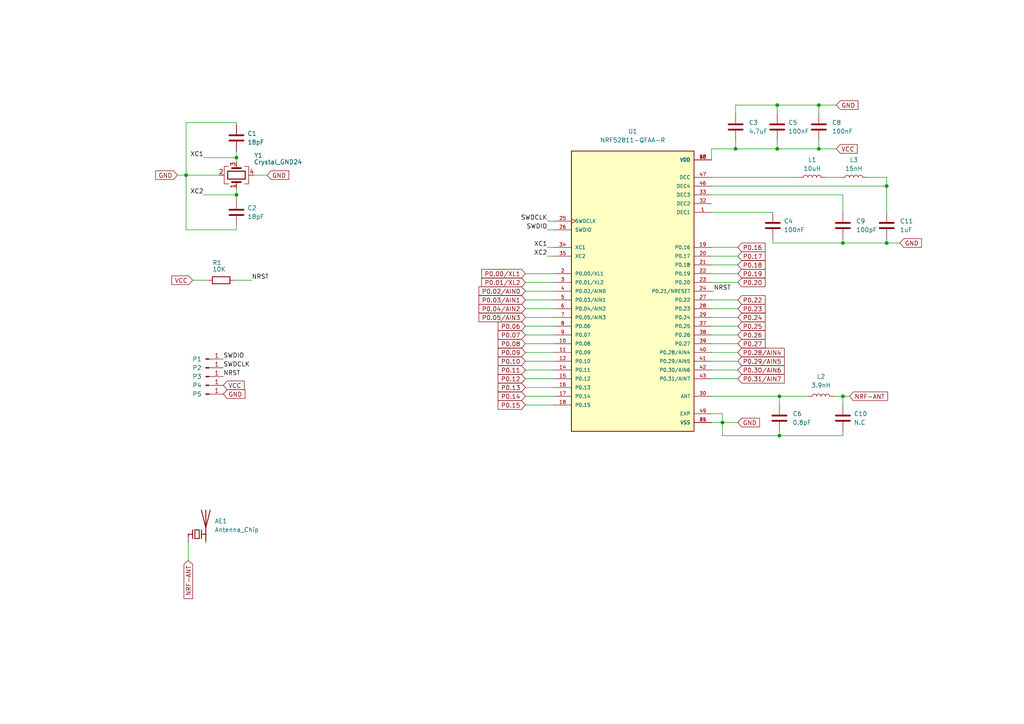
<source format=kicad_sch>
(kicad_sch (version 20211123) (generator eeschema)
  (paper "A4")
  (lib_symbols
    (symbol "Connector:Conn_01x01_Male" (pin_names (offset 1.016) hide)
      (property "Reference" "J" (at 0 2.54 0))
      (property "Value" "Conn_01x01_Male" (at 0 -2.54 0))
      (symbol "Conn_01x01_Male_1_1"
        (polyline (pts (xy 1.27 0) (xy 0.8636 0)) (stroke (width 0.1524)))
        (rectangle (start 0.8636 0.127) (end 0 -0.127) (stroke (width 0.1524)) (fill (type outline)))
        (pin passive line (at 5.08 0 180) (length 3.81) (name "Pin_1") (number "1"))
      )
    )
    (symbol "Device:Antenna_Chip" (pin_numbers hide) (pin_names (offset 1.016) hide)
      (property "Reference" "AE" (at 0 5.08 0))
      (property "Value" "Antenna_Chip" (at 0 3.175 0))
      (symbol "Antenna_Chip_0_1"
        (polyline (pts (xy -2.54 0) (xy -2.54 -0.635)) (stroke (width 0.254)))
        (polyline (pts (xy -2.54 0) (xy -1.27 0)) (stroke (width 0.254)))
        (polyline (pts (xy 1.27 0) (xy 2.54 0)) (stroke (width 0.254)))
        (polyline (pts (xy 1.27 1.27) (xy 1.27 -1.27)) (stroke (width 0.254)))
        (polyline (pts (xy 2.54 -0.635) (xy 2.54 0)))
        (polyline (pts (xy 2.54 6.985) (xy 2.54 -1.905)) (stroke (width 0.254)))
        (polyline (pts (xy -1.27 1.27) (xy -1.27 -1.27) (xy -1.27 0)) (stroke (width 0.254)))
        (polyline (pts (xy 3.81 6.985) (xy 2.54 1.905) (xy 1.27 6.985)) (stroke (width 0.254)))
        (polyline (pts (xy -0.635 1.27) (xy 0.635 1.27) (xy 0.635 -1.27) (xy -0.635 -1.27) (xy -0.635 1.27)) (stroke (width 0.254)))
      )
      (symbol "Antenna_Chip_1_1"
        (pin input line (at -2.54 -2.54 90) (length 2.54) (name "FEED") (number "1"))
        (pin passive line (at 2.54 -2.54 90) (length 2.54) (name "PCB_Trace") (number "2"))
      )
    )
    (symbol "Device:C" (pin_numbers hide) (pin_names (offset 0.254))
      (property "Reference" "C" (at 0.635 2.54 0))
      (property "Value" "C" (at 0.635 -2.54 0))
      (symbol "C_0_1"
        (polyline (pts (xy -2.032 -0.762) (xy 2.032 -0.762)) (stroke (width 0.508)))
        (polyline (pts (xy -2.032 0.762) (xy 2.032 0.762)) (stroke (width 0.508)))
      )
      (symbol "C_1_1"
        (pin passive line (at 0 3.81 270) (length 2.794) (name "~") (number "1"))
        (pin passive line (at 0 -3.81 90) (length 2.794) (name "~") (number "2"))
      )
    )
    (symbol "Device:Crystal_GND24" (pin_names (offset 1.016) hide)
      (property "Reference" "Y" (at 3.175 5.08 0))
      (property "Value" "Crystal_GND24" (at 3.175 3.175 0))
      (symbol "Crystal_GND24_0_1"
        (rectangle (start -1.143 2.54) (end 1.143 -2.54) (stroke (width 0.3048)))
        (polyline (pts (xy -2.54 0) (xy -2.032 0)))
        (polyline (pts (xy -2.032 -1.27) (xy -2.032 1.27)) (stroke (width 0.508)))
        (polyline (pts (xy 0 -3.81) (xy 0 -3.556)))
        (polyline (pts (xy 0 3.556) (xy 0 3.81)))
        (polyline (pts (xy 2.032 -1.27) (xy 2.032 1.27)) (stroke (width 0.508)))
        (polyline (pts (xy 2.032 0) (xy 2.54 0)))
        (polyline (pts (xy -2.54 -2.286) (xy -2.54 -3.556) (xy 2.54 -3.556) (xy 2.54 -2.286)))
        (polyline (pts (xy -2.54 2.286) (xy -2.54 3.556) (xy 2.54 3.556) (xy 2.54 2.286)))
      )
      (symbol "Crystal_GND24_1_1"
        (pin passive line (at -3.81 0 0) (length 1.27) (name "1") (number "1"))
        (pin passive line (at 0 5.08 270) (length 1.27) (name "2") (number "2"))
        (pin passive line (at 3.81 0 180) (length 1.27) (name "3") (number "3"))
        (pin passive line (at 0 -5.08 90) (length 1.27) (name "4") (number "4"))
      )
    )
    (symbol "Device:L" (pin_numbers hide) (pin_names (offset 1.016) hide)
      (property "Reference" "L" (at -1.27 0 90))
      (property "Value" "L" (at 1.905 0 90))
      (symbol "L_0_1"
        (arc (start 0 -2.54) (mid 0.635 -1.905) (end 0 -1.27))
        (arc (start 0 -1.27) (mid 0.635 -0.635) (end 0 0))
        (arc (start 0 0) (mid 0.635 0.635) (end 0 1.27))
        (arc (start 0 1.27) (mid 0.635 1.905) (end 0 2.54))
      )
      (symbol "L_1_1"
        (pin passive line (at 0 3.81 270) (length 1.27) (name "1") (number "1"))
        (pin passive line (at 0 -3.81 90) (length 1.27) (name "2") (number "2"))
      )
    )
    (symbol "Device:R" (pin_numbers hide) (pin_names (offset 0))
      (property "Reference" "R" (at 2.032 0 90))
      (property "Value" "R" (at 0 0 90))
      (symbol "R_0_1"
        (rectangle (start -1.016 -2.54) (end 1.016 2.54) (stroke (width 0.254)))
      )
      (symbol "R_1_1"
        (pin passive line (at 0 3.81 270) (length 1.27) (name "~") (number "1"))
        (pin passive line (at 0 -3.81 90) (length 1.27) (name "~") (number "2"))
      )
    )
    (symbol "NRF52811-QFAA-R:NRF52811-QFAA-R" (pin_names (offset 1.016))
      (property "Reference" "U" (at -17.78 41.91 0))
      (property "Value" "NRF52811-QFAA-R" (at -17.78 -41.91 0))
      (symbol "NRF52811-QFAA-R_0_0"
        (rectangle (start -17.78 -40.64) (end 17.78 40.64) (stroke (width 0.254)) (fill (type background)))
        (pin power_in line (at 22.86 22.86 180) (length 5.08) (name "DEC1") (number "1"))
        (pin bidirectional line (at -22.86 -15.24 0) (length 5.08) (name "P0.08") (number "10"))
        (pin bidirectional line (at -22.86 -17.78 0) (length 5.08) (name "P0.09") (number "11"))
        (pin bidirectional line (at -22.86 -20.32 0) (length 5.08) (name "P0.10") (number "12"))
        (pin power_in line (at 22.86 38.1 180) (length 5.08) (name "VDD") (number "13"))
        (pin bidirectional line (at -22.86 -22.86 0) (length 5.08) (name "P0.11") (number "14"))
        (pin bidirectional line (at -22.86 -25.4 0) (length 5.08) (name "P0.12") (number "15"))
        (pin bidirectional line (at -22.86 -27.94 0) (length 5.08) (name "P0.13") (number "16"))
        (pin bidirectional line (at -22.86 -30.48 0) (length 5.08) (name "P0.14") (number "17"))
        (pin bidirectional line (at -22.86 -33.02 0) (length 5.08) (name "P0.15") (number "18"))
        (pin bidirectional line (at 22.86 12.7 180) (length 5.08) (name "P0.16") (number "19"))
        (pin bidirectional line (at -22.86 5.08 0) (length 5.08) (name "P0.00/XL1") (number "2"))
        (pin bidirectional line (at 22.86 10.16 180) (length 5.08) (name "P0.17") (number "20"))
        (pin bidirectional line (at 22.86 7.62 180) (length 5.08) (name "P0.18") (number "21"))
        (pin bidirectional line (at 22.86 5.08 180) (length 5.08) (name "P0.19") (number "22"))
        (pin bidirectional line (at 22.86 2.54 180) (length 5.08) (name "P0.20") (number "23"))
        (pin bidirectional line (at 22.86 0 180) (length 5.08) (name "P0.21/NRESET") (number "24"))
        (pin input clock (at -22.86 20.32 0) (length 5.08) (name "SWDCLK") (number "25"))
        (pin bidirectional line (at -22.86 17.78 0) (length 5.08) (name "SWDIO") (number "26"))
        (pin bidirectional line (at 22.86 -2.54 180) (length 5.08) (name "P0.22") (number "27"))
        (pin bidirectional line (at 22.86 -5.08 180) (length 5.08) (name "P0.23") (number "28"))
        (pin bidirectional line (at 22.86 -7.62 180) (length 5.08) (name "P0.24") (number "29"))
        (pin bidirectional line (at -22.86 2.54 0) (length 5.08) (name "P0.01/XL2") (number "3"))
        (pin passive line (at 22.86 -30.48 180) (length 5.08) (name "ANT") (number "30"))
        (pin power_in line (at 22.86 -38.1 180) (length 5.08) (name "VSS") (number "31"))
        (pin power_in line (at 22.86 25.4 180) (length 5.08) (name "DEC2") (number "32"))
        (pin power_in line (at 22.86 27.94 180) (length 5.08) (name "DEC3") (number "33"))
        (pin input line (at -22.86 12.7 0) (length 5.08) (name "XC1") (number "34"))
        (pin input line (at -22.86 10.16 0) (length 5.08) (name "XC2") (number "35"))
        (pin power_in line (at 22.86 38.1 180) (length 5.08) (name "VDD") (number "36"))
        (pin bidirectional line (at 22.86 -10.16 180) (length 5.08) (name "P0.25") (number "37"))
        (pin bidirectional line (at 22.86 -12.7 180) (length 5.08) (name "P0.26") (number "38"))
        (pin bidirectional line (at 22.86 -15.24 180) (length 5.08) (name "P0.27") (number "39"))
        (pin bidirectional line (at -22.86 0 0) (length 5.08) (name "P0.02/AIN0") (number "4"))
        (pin bidirectional line (at 22.86 -17.78 180) (length 5.08) (name "P0.28/AIN4") (number "40"))
        (pin bidirectional line (at 22.86 -20.32 180) (length 5.08) (name "P0.29/AIN5") (number "41"))
        (pin bidirectional line (at 22.86 -22.86 180) (length 5.08) (name "P0.30/AIN6") (number "42"))
        (pin bidirectional line (at 22.86 -25.4 180) (length 5.08) (name "P0.31/AIN7") (number "43"))
        (pin power_in line (at 22.86 -38.1 180) (length 5.08) (name "VSS") (number "45"))
        (pin power_in line (at 22.86 30.48 180) (length 5.08) (name "DEC4") (number "46"))
        (pin power_in line (at 22.86 33.02 180) (length 5.08) (name "DCC") (number "47"))
        (pin power_in line (at 22.86 38.1 180) (length 5.08) (name "VDD") (number "48"))
        (pin passive line (at 22.86 -35.56 180) (length 5.08) (name "EXP") (number "49"))
        (pin bidirectional line (at -22.86 -2.54 0) (length 5.08) (name "P0.03/AIN1") (number "5"))
        (pin bidirectional line (at -22.86 -5.08 0) (length 5.08) (name "P0.04/AIN2") (number "6"))
        (pin bidirectional line (at -22.86 -7.62 0) (length 5.08) (name "P0.05/AIN3") (number "7"))
        (pin bidirectional line (at -22.86 -10.16 0) (length 5.08) (name "P0.06") (number "8"))
        (pin bidirectional line (at -22.86 -12.7 0) (length 5.08) (name "P0.07") (number "9"))
      )
    )
  )
  (junction (at 237.49 30.48))
  (junction (at 237.49 43.18))
  (junction (at 225.425 43.18))
  (junction (at 225.425 30.48))
  (junction (at 209.55 122.555))
  (junction (at 53.975 50.8))
  (junction (at 244.475 70.485))
  (junction (at 226.06 126.365))
  (junction (at 244.475 114.935))
  (junction (at 213.36 43.18))
  (junction (at 68.58 56.515))
  (junction (at 257.175 53.975))
  (junction (at 257.175 70.485))
  (junction (at 68.58 45.72))
  (junction (at 226.06 114.935))
  (wire (pts (xy 226.06 126.365) (xy 244.475 126.365)))
  (wire (pts (xy 59.055 56.515) (xy 68.58 56.515)))
  (wire (pts (xy 237.49 43.18) (xy 237.49 40.64)))
  (wire (pts (xy 213.36 40.64) (xy 213.36 43.18)))
  (wire (pts (xy 53.975 50.8) (xy 63.5 50.8)))
  (wire (pts (xy 68.58 54.61) (xy 68.58 56.515)))
  (wire (pts (xy 152.4 99.695) (xy 160.655 99.695)))
  (wire (pts (xy 152.4 117.475) (xy 160.655 117.475)))
  (wire (pts (xy 237.49 30.48) (xy 242.57 30.48)))
  (wire (pts (xy 152.4 84.455) (xy 160.655 84.455)))
  (wire (pts (xy 244.475 56.515) (xy 244.475 61.595)))
  (wire (pts (xy 209.55 122.555) (xy 209.55 126.365)))
  (wire (pts (xy 152.4 112.395) (xy 160.655 112.395)))
  (wire (pts (xy 73.025 81.28) (xy 67.945 81.28)))
  (wire (pts (xy 68.58 56.515) (xy 68.58 57.785)))
  (wire (pts (xy 213.995 104.775) (xy 206.375 104.775)))
  (wire (pts (xy 226.06 126.365) (xy 209.55 126.365)))
  (wire (pts (xy 224.155 70.485) (xy 244.475 70.485)))
  (wire (pts (xy 68.58 36.195) (xy 68.58 35.56)))
  (wire (pts (xy 213.995 97.155) (xy 206.375 97.155)))
  (wire (pts (xy 206.375 43.18) (xy 213.36 43.18)))
  (wire (pts (xy 152.4 94.615) (xy 160.655 94.615)))
  (wire (pts (xy 53.975 35.56) (xy 68.58 35.56)))
  (wire (pts (xy 152.4 86.995) (xy 160.655 86.995)))
  (wire (pts (xy 209.55 122.555) (xy 213.995 122.555)))
  (wire (pts (xy 53.975 66.675) (xy 68.58 66.675)))
  (wire (pts (xy 68.58 45.72) (xy 68.58 46.99)))
  (wire (pts (xy 206.375 53.975) (xy 257.175 53.975)))
  (wire (pts (xy 224.155 69.215) (xy 224.155 70.485)))
  (wire (pts (xy 213.995 109.855) (xy 206.375 109.855)))
  (wire (pts (xy 226.06 114.935) (xy 234.315 114.935)))
  (wire (pts (xy 257.175 70.485) (xy 257.175 69.215)))
  (wire (pts (xy 213.995 92.075) (xy 206.375 92.075)))
  (wire (pts (xy 207.01 84.455) (xy 206.375 84.455)))
  (wire (pts (xy 152.4 114.935) (xy 160.655 114.935)))
  (wire (pts (xy 213.995 71.755) (xy 206.375 71.755)))
  (wire (pts (xy 152.4 81.915) (xy 160.655 81.915)))
  (wire (pts (xy 68.58 43.815) (xy 68.58 45.72)))
  (wire (pts (xy 251.46 51.435) (xy 257.175 51.435)))
  (wire (pts (xy 225.425 43.18) (xy 237.49 43.18)))
  (wire (pts (xy 213.36 30.48) (xy 213.36 33.02)))
  (wire (pts (xy 59.055 45.72) (xy 68.58 45.72)))
  (wire (pts (xy 244.475 114.935) (xy 246.38 114.935)))
  (wire (pts (xy 213.995 81.915) (xy 206.375 81.915)))
  (wire (pts (xy 237.49 30.48) (xy 225.425 30.48)))
  (wire (pts (xy 213.995 79.375) (xy 206.375 79.375)))
  (wire (pts (xy 225.425 40.64) (xy 225.425 43.18)))
  (wire (pts (xy 152.4 89.535) (xy 160.655 89.535)))
  (wire (pts (xy 152.4 79.375) (xy 160.655 79.375)))
  (wire (pts (xy 244.475 126.365) (xy 244.475 125.095)))
  (wire (pts (xy 213.995 99.695) (xy 206.375 99.695)))
  (wire (pts (xy 237.49 43.18) (xy 242.57 43.18)))
  (wire (pts (xy 152.4 104.775) (xy 160.655 104.775)))
  (wire (pts (xy 213.995 94.615) (xy 206.375 94.615)))
  (wire (pts (xy 226.06 117.475) (xy 226.06 114.935)))
  (wire (pts (xy 213.995 107.315) (xy 206.375 107.315)))
  (wire (pts (xy 257.175 70.485) (xy 260.985 70.485)))
  (wire (pts (xy 206.375 61.595) (xy 224.155 61.595)))
  (wire (pts (xy 209.55 120.015) (xy 209.55 122.555)))
  (wire (pts (xy 225.425 30.48) (xy 213.36 30.48)))
  (wire (pts (xy 239.395 51.435) (xy 243.84 51.435)))
  (wire (pts (xy 213.995 89.535) (xy 206.375 89.535)))
  (wire (pts (xy 158.75 64.135) (xy 160.655 64.135)))
  (wire (pts (xy 244.475 70.485) (xy 257.175 70.485)))
  (wire (pts (xy 244.475 69.215) (xy 244.475 70.485)))
  (wire (pts (xy 213.995 102.235) (xy 206.375 102.235)))
  (wire (pts (xy 152.4 102.235) (xy 160.655 102.235)))
  (wire (pts (xy 73.66 50.8) (xy 77.47 50.8)))
  (wire (pts (xy 206.375 120.015) (xy 209.55 120.015)))
  (wire (pts (xy 68.58 65.405) (xy 68.58 66.675)))
  (wire (pts (xy 152.4 97.155) (xy 160.655 97.155)))
  (wire (pts (xy 158.75 71.755) (xy 160.655 71.755)))
  (wire (pts (xy 225.425 30.48) (xy 225.425 33.02)))
  (wire (pts (xy 257.175 51.435) (xy 257.175 53.975)))
  (wire (pts (xy 206.375 51.435) (xy 231.775 51.435)))
  (wire (pts (xy 152.4 107.315) (xy 160.655 107.315)))
  (wire (pts (xy 206.375 43.18) (xy 206.375 46.355)))
  (wire (pts (xy 213.995 74.295) (xy 206.375 74.295)))
  (wire (pts (xy 237.49 30.48) (xy 237.49 33.02)))
  (wire (pts (xy 152.4 109.855) (xy 160.655 109.855)))
  (wire (pts (xy 53.975 66.675) (xy 53.975 50.8)))
  (wire (pts (xy 206.375 114.935) (xy 226.06 114.935)))
  (wire (pts (xy 55.88 81.28) (xy 60.325 81.28)))
  (wire (pts (xy 244.475 114.935) (xy 244.475 117.475)))
  (wire (pts (xy 152.4 92.075) (xy 160.655 92.075)))
  (wire (pts (xy 213.995 86.995) (xy 206.375 86.995)))
  (wire (pts (xy 209.55 122.555) (xy 206.375 122.555)))
  (wire (pts (xy 53.975 50.8) (xy 53.975 35.56)))
  (wire (pts (xy 158.75 66.675) (xy 160.655 66.675)))
  (wire (pts (xy 51.435 50.8) (xy 53.975 50.8)))
  (wire (pts (xy 226.06 125.095) (xy 226.06 126.365)))
  (wire (pts (xy 206.375 56.515) (xy 244.475 56.515)))
  (wire (pts (xy 241.935 114.935) (xy 244.475 114.935)))
  (wire (pts (xy 257.175 53.975) (xy 257.175 61.595)))
  (wire (pts (xy 54.61 162.56) (xy 54.61 157.48)))
  (wire (pts (xy 213.995 76.835) (xy 206.375 76.835)))
  (wire (pts (xy 158.75 74.295) (xy 160.655 74.295)))
  (wire (pts (xy 213.36 43.18) (xy 225.425 43.18)))
  (label "XC2" (at 158.75 74.295 180))
  (label "SWDIO" (at 64.77 104.14 0))
  (label "XC1" (at 158.75 71.755 180))
  (label "NRST" (at 64.77 109.22 0))
  (label "SWDIO" (at 158.75 66.675 180))
  (label "XC1" (at 59.055 45.72 180))
  (label "XC2" (at 59.055 56.515 180))
  (label "NRST" (at 73.025 81.28 0))
  (label "NRST" (at 207.01 84.455 0))
  (label "SWDCLK" (at 158.75 64.135 180))
  (label "SWDCLK" (at 64.77 106.68 0))
  (global_label "P0.22" (shape input) (at 213.995 86.995 0) (property "Intersheet References" "${INTERSHEET_REFS}" (effects hide)))
  (global_label "P0.12" (shape input) (at 152.4 109.855 180) (property "Intersheet References" "${INTERSHEET_REFS}" (effects hide)))
  (global_label "P0.24" (shape input) (at 213.995 92.075 0) (property "Intersheet References" "${INTERSHEET_REFS}" (effects hide)))
  (global_label "P0.29{slash}AIN5" (shape input) (at 213.995 104.775 0) (property "Intersheet References" "${INTERSHEET_REFS}" (effects hide)))
  (global_label "P0.11" (shape input) (at 152.4 107.315 180) (property "Intersheet References" "${INTERSHEET_REFS}" (effects hide)))
  (global_label "GND" (shape input) (at 77.47 50.8 0) (property "Intersheet References" "${INTERSHEET_REFS}" (effects hide)))
  (global_label "P0.02{slash}AIN0" (shape input) (at 152.4 84.455 180) (property "Intersheet References" "${INTERSHEET_REFS}" (effects hide)))
  (global_label "P0.04{slash}AIN2" (shape input) (at 152.4 89.535 180) (property "Intersheet References" "${INTERSHEET_REFS}" (effects hide)))
  (global_label "P0.00{slash}XL1" (shape input) (at 152.4 79.375 180) (property "Intersheet References" "${INTERSHEET_REFS}" (effects hide)))
  (global_label "P0.13" (shape input) (at 152.4 112.395 180) (property "Intersheet References" "${INTERSHEET_REFS}" (effects hide)))
  (global_label "P0.15" (shape input) (at 152.4 117.475 180) (property "Intersheet References" "${INTERSHEET_REFS}" (effects hide)))
  (global_label "P0.27" (shape input) (at 213.995 99.695 0) (property "Intersheet References" "${INTERSHEET_REFS}" (effects hide)))
  (global_label "GND" (shape input) (at 242.57 30.48 0) (property "Intersheet References" "${INTERSHEET_REFS}" (effects hide)))
  (global_label "P0.05{slash}AIN3" (shape input) (at 152.4 92.075 180) (property "Intersheet References" "${INTERSHEET_REFS}" (effects hide)))
  (global_label "P0.06" (shape input) (at 152.4 94.615 180) (property "Intersheet References" "${INTERSHEET_REFS}" (effects hide)))
  (global_label "P0.17" (shape input) (at 213.995 74.295 0) (property "Intersheet References" "${INTERSHEET_REFS}" (effects hide)))
  (global_label "GND" (shape input) (at 64.77 114.3 0) (property "Intersheet References" "${INTERSHEET_REFS}" (effects hide)))
  (global_label "VCC" (shape input) (at 242.57 43.18 0) (property "Intersheet References" "${INTERSHEET_REFS}" (effects hide)))
  (global_label "P0.30{slash}AIN6" (shape input) (at 213.995 107.315 0) (property "Intersheet References" "${INTERSHEET_REFS}" (effects hide)))
  (global_label "P0.08" (shape input) (at 152.4 99.695 180) (property "Intersheet References" "${INTERSHEET_REFS}" (effects hide)))
  (global_label "P0.28{slash}AIN4" (shape input) (at 213.995 102.235 0) (property "Intersheet References" "${INTERSHEET_REFS}" (effects hide)))
  (global_label "P0.10" (shape input) (at 152.4 104.775 180) (property "Intersheet References" "${INTERSHEET_REFS}" (effects hide)))
  (global_label "P0.16" (shape input) (at 213.995 71.755 0) (property "Intersheet References" "${INTERSHEET_REFS}" (effects hide)))
  (global_label "P0.18" (shape input) (at 213.995 76.835 0) (property "Intersheet References" "${INTERSHEET_REFS}" (effects hide)))
  (global_label "P0.26" (shape input) (at 213.995 97.155 0) (property "Intersheet References" "${INTERSHEET_REFS}" (effects hide)))
  (global_label "P0.23" (shape input) (at 213.995 89.535 0) (property "Intersheet References" "${INTERSHEET_REFS}" (effects hide)))
  (global_label "GND" (shape input) (at 51.435 50.8 180) (property "Intersheet References" "${INTERSHEET_REFS}" (effects hide)))
  (global_label "P0.19" (shape input) (at 213.995 79.375 0) (property "Intersheet References" "${INTERSHEET_REFS}" (effects hide)))
  (global_label "GND" (shape input) (at 260.985 70.485 0) (property "Intersheet References" "${INTERSHEET_REFS}" (effects hide)))
  (global_label "P0.07" (shape input) (at 152.4 97.155 180) (property "Intersheet References" "${INTERSHEET_REFS}" (effects hide)))
  (global_label "P0.20" (shape input) (at 213.995 81.915 0) (property "Intersheet References" "${INTERSHEET_REFS}" (effects hide)))
  (global_label "P0.31{slash}AIN7" (shape input) (at 213.995 109.855 0) (property "Intersheet References" "${INTERSHEET_REFS}" (effects hide)))
  (global_label "P0.03{slash}AIN1" (shape input) (at 152.4 86.995 180) (property "Intersheet References" "${INTERSHEET_REFS}" (effects hide)))
  (global_label "P0.14" (shape input) (at 152.4 114.935 180) (property "Intersheet References" "${INTERSHEET_REFS}" (effects hide)))
  (global_label "P0.09" (shape input) (at 152.4 102.235 180) (property "Intersheet References" "${INTERSHEET_REFS}" (effects hide)))
  (global_label "VCC" (shape input) (at 55.88 81.28 180) (property "Intersheet References" "${INTERSHEET_REFS}" (effects hide)))
  (global_label "VCC" (shape input) (at 64.77 111.76 0) (property "Intersheet References" "${INTERSHEET_REFS}" (effects hide)))
  (global_label "NRF-ANT" (shape input) (at 54.61 162.56 270) (property "Intersheet References" "${INTERSHEET_REFS}" (effects hide)))
  (global_label "P0.25" (shape input) (at 213.995 94.615 0) (property "Intersheet References" "${INTERSHEET_REFS}" (effects hide)))
  (global_label "P0.01{slash}XL2" (shape input) (at 152.4 81.915 180) (property "Intersheet References" "${INTERSHEET_REFS}" (effects hide)))
  (global_label "GND" (shape input) (at 213.995 122.555 0) (property "Intersheet References" "${INTERSHEET_REFS}" (effects hide)))
  (global_label "NRF-ANT" (shape input) (at 246.38 114.935 0) (property "Intersheet References" "${INTERSHEET_REFS}" (effects hide)))
  (symbol (lib_id "Device:C") (at 244.475 65.405 0) (unit 1)
    (property "Reference" "C9" (at 248.285 64.1349 0) (effects (justify left)))
    (property "Value" "100pF" (at 248.285 66.6749 0) (effects (justify left)))
    (property "Footprint" "Capacitor_SMD:C_0402_1005Metric" (effects hide))
  )
  (symbol (lib_id "Device:C") (at 237.49 36.83 0) (unit 1)
    (property "Reference" "C8" (at 241.3 35.5599 0) (effects (justify left)))
    (property "Value" "100nF" (at 241.3 38.0999 0) (effects (justify left)))
    (property "Footprint" "Capacitor_SMD:C_0402_1005Metric" (effects hide))
  )
  (symbol (lib_id "Connector:Conn_01x01_Male") (at 59.69 111.76 0) (unit 1)
    (property "Reference" "P4" (at 57.15 111.76 0))
    (property "Value" "Conn_01x01_Male" (effects hide))
    (property "Footprint" "TestPoint:TestPoint_Pad_D1.0mm" (effects hide))
  )
  (symbol (lib_id "NRF52811-QFAA-R:NRF52811-QFAA-R") (at 183.515 84.455 0) (unit 1)
    (property "Reference" "U1" (at 183.515 38.1 0))
    (property "Value" "NRF52811-QFAA-R" (at 183.515 40.64 0))
    (property "Footprint" "Footprints:QFN40P600X600X90-49N" (effects hide))
    (property "STANDARD" "IPC-7351B" (effects hide))
    (property "PARTREV" "1.0" (effects hide))
    (property "MANUFACTURER" "Nordic" (effects hide))
    (property "MAXIMUM_PACKAGE_HEIGHT" "0.90mm" (effects hide))
  )
  (symbol (lib_id "Device:L") (at 247.65 51.435 90) (unit 1)
    (property "Reference" "L3" (at 247.65 46.355 90))
    (property "Value" "15nH" (at 247.65 48.895 90))
    (property "Footprint" "Capacitor_SMD:C_0603_1608Metric" (effects hide))
  )
  (symbol (lib_id "Device:C") (at 224.155 65.405 0) (unit 1)
    (property "Reference" "C4" (at 227.33 64.1349 0) (effects (justify left)))
    (property "Value" "100nF" (at 227.33 66.6749 0) (effects (justify left)))
    (property "Footprint" "Capacitor_SMD:C_0402_1005Metric" (effects hide))
  )
  (symbol (lib_id "Connector:Conn_01x01_Male") (at 59.69 109.22 0) (unit 1)
    (property "Reference" "P3" (at 57.15 109.22 0))
    (property "Value" "Conn_01x01_Male" (effects hide))
    (property "Footprint" "TestPoint:TestPoint_Pad_D1.0mm" (effects hide))
  )
  (symbol (lib_id "Device:R") (at 64.135 81.28 270) (unit 1)
    (property "Reference" "R1" (at 61.595 76.2 90) (effects (justify left)))
    (property "Value" "10K" (at 61.595 78.105 90) (effects (justify left)))
    (property "Footprint" "Resistor_SMD:R_0402_1005Metric" (effects hide))
  )
  (symbol (lib_id "Connector:Conn_01x01_Male") (at 59.69 106.68 0) (unit 1)
    (property "Reference" "P2" (at 57.15 106.68 0))
    (property "Value" "Conn_01x01_Male" (effects hide))
    (property "Footprint" "TestPoint:TestPoint_Pad_D1.0mm" (effects hide))
  )
  (symbol (lib_id "Device:C") (at 244.475 121.285 0) (unit 1)
    (property "Reference" "C10" (at 247.65 120.0149 0) (effects (justify left)))
    (property "Value" "N.C" (at 247.65 122.5549 0) (effects (justify left)))
    (property "Footprint" "Capacitor_SMD:C_0402_1005Metric" (effects hide))
  )
  (symbol (lib_id "Device:L") (at 235.585 51.435 90) (unit 1)
    (property "Reference" "L1" (at 235.585 46.355 90))
    (property "Value" "10uH" (at 235.585 48.895 90))
    (property "Footprint" "Capacitor_SMD:C_0603_1608Metric" (effects hide))
  )
  (symbol (lib_id "Connector:Conn_01x01_Male") (at 59.69 104.14 0) (unit 1)
    (property "Reference" "P1" (at 57.15 104.14 0))
    (property "Value" "Conn_01x01_Male" (effects hide))
    (property "Footprint" "TestPoint:TestPoint_Pad_D1.0mm" (effects hide))
  )
  (symbol (lib_id "Device:Crystal_GND24") (at 68.58 50.8 90) (unit 1)
    (property "Reference" "Y1" (at 74.93 45.085 90))
    (property "Value" "Crystal_GND24" (at 80.645 46.99 90))
    (property "Footprint" "Crystal:Crystal_SMD_3225-4Pin_3.2x2.5mm" (effects hide))
  )
  (symbol (lib_id "Device:Antenna_Chip") (at 57.15 154.94 0) (unit 1)
    (property "Reference" "AE1" (at 62.23 151.1299 0) (effects (justify left)))
    (property "Value" "Antenna_Chip" (at 62.23 153.6699 0) (effects (justify left)))
    (property "Footprint" "RF_Antenna:Johanson_2450AT18x100" (effects hide))
  )
  (symbol (lib_id "Device:C") (at 68.58 40.005 180) (unit 1)
    (property "Reference" "C1" (at 71.755 38.7349 0) (effects (justify right)))
    (property "Value" "18pF" (at 71.755 41.2749 0) (effects (justify right)))
    (property "Footprint" "Capacitor_SMD:C_0402_1005Metric" (effects hide))
  )
  (symbol (lib_id "Device:C") (at 68.58 61.595 180) (unit 1)
    (property "Reference" "C2" (at 71.755 60.3249 0) (effects (justify right)))
    (property "Value" "18pF" (at 71.755 62.8649 0) (effects (justify right)))
    (property "Footprint" "Capacitor_SMD:C_0402_1005Metric" (effects hide))
  )
  (symbol (lib_id "Connector:Conn_01x01_Male") (at 59.69 114.3 0) (unit 1)
    (property "Reference" "P5" (at 57.15 114.3 0))
    (property "Value" "Conn_01x01_Male" (effects hide))
    (property "Footprint" "TestPoint:TestPoint_Pad_D1.0mm" (effects hide))
  )
  (symbol (lib_id "Device:C") (at 257.175 65.405 0) (unit 1)
    (property "Reference" "C11" (at 260.985 64.1349 0) (effects (justify left)))
    (property "Value" "1uF" (at 260.985 66.6749 0) (effects (justify left)))
    (property "Footprint" "Capacitor_SMD:C_0402_1005Metric" (effects hide))
  )
  (symbol (lib_id "Device:C") (at 226.06 121.285 0) (unit 1)
    (property "Reference" "C6" (at 229.87 120.0149 0) (effects (justify left)))
    (property "Value" "0.8pF" (at 229.87 122.5549 0) (effects (justify left)))
    (property "Footprint" "Capacitor_SMD:C_0402_1005Metric" (effects hide))
  )
  (symbol (lib_id "Device:L") (at 238.125 114.935 90) (unit 1)
    (property "Reference" "L2" (at 238.125 109.22 90))
    (property "Value" "3.9nH" (at 238.125 111.76 90))
    (property "Footprint" "Capacitor_SMD:C_0603_1608Metric" (effects hide))
  )
  (symbol (lib_id "Device:C") (at 213.36 36.83 0) (unit 1)
    (property "Reference" "C3" (at 217.17 35.5599 0) (effects (justify left)))
    (property "Value" "4.7uF" (at 217.17 38.0999 0) (effects (justify left)))
    (property "Footprint" "Capacitor_SMD:C_0402_1005Metric" (effects hide))
  )
  (symbol (lib_id "Device:C") (at 225.425 36.83 0) (unit 1)
    (property "Reference" "C5" (at 228.6 35.5599 0) (effects (justify left)))
    (property "Value" "100nF" (at 228.6 38.0999 0) (effects (justify left)))
    (property "Footprint" "Capacitor_SMD:C_0402_1005Metric" (effects hide))
  )
)
</source>
